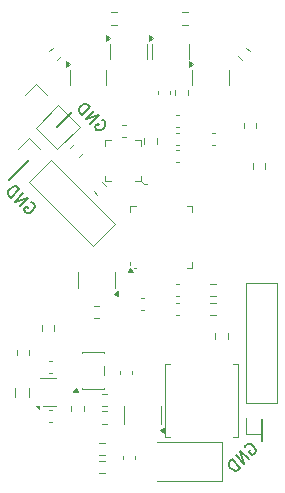
<source format=gbr>
%TF.GenerationSoftware,KiCad,Pcbnew,9.0.5*%
%TF.CreationDate,2025-11-12T12:14:19+01:00*%
%TF.ProjectId,Control board,436f6e74-726f-46c2-9062-6f6172642e6b,rev?*%
%TF.SameCoordinates,Original*%
%TF.FileFunction,Legend,Bot*%
%TF.FilePolarity,Positive*%
%FSLAX46Y46*%
G04 Gerber Fmt 4.6, Leading zero omitted, Abs format (unit mm)*
G04 Created by KiCad (PCBNEW 9.0.5) date 2025-11-12 12:14:19*
%MOMM*%
%LPD*%
G01*
G04 APERTURE LIST*
%ADD10C,0.200000*%
%ADD11C,0.120000*%
G04 APERTURE END LIST*
D10*
X42200000Y-39200000D02*
X43465092Y-37934908D01*
X59500000Y-63900000D02*
X59500000Y-65800000D01*
X39800000Y-42000000D02*
X38096849Y-43703151D01*
X58071422Y-66293927D02*
X58105094Y-66192911D01*
X58105094Y-66192911D02*
X58206109Y-66091896D01*
X58206109Y-66091896D02*
X58340796Y-66024552D01*
X58340796Y-66024552D02*
X58475483Y-66024552D01*
X58475483Y-66024552D02*
X58576498Y-66058224D01*
X58576498Y-66058224D02*
X58744857Y-66159239D01*
X58744857Y-66159239D02*
X58845872Y-66260255D01*
X58845872Y-66260255D02*
X58946887Y-66428614D01*
X58946887Y-66428614D02*
X58980559Y-66529629D01*
X58980559Y-66529629D02*
X58980559Y-66664316D01*
X58980559Y-66664316D02*
X58913216Y-66799003D01*
X58913216Y-66799003D02*
X58845872Y-66866346D01*
X58845872Y-66866346D02*
X58711185Y-66933690D01*
X58711185Y-66933690D02*
X58643842Y-66933690D01*
X58643842Y-66933690D02*
X58408139Y-66697988D01*
X58408139Y-66697988D02*
X58542826Y-66563301D01*
X58408139Y-67304079D02*
X57701033Y-66596972D01*
X57701033Y-66596972D02*
X58004078Y-67708140D01*
X58004078Y-67708140D02*
X57296972Y-67001033D01*
X57667361Y-68044858D02*
X56960254Y-67337751D01*
X56960254Y-67337751D02*
X56791895Y-67506110D01*
X56791895Y-67506110D02*
X56724552Y-67640797D01*
X56724552Y-67640797D02*
X56724552Y-67775484D01*
X56724552Y-67775484D02*
X56758224Y-67876499D01*
X56758224Y-67876499D02*
X56859239Y-68044858D01*
X56859239Y-68044858D02*
X56960254Y-68145873D01*
X56960254Y-68145873D02*
X57128613Y-68246888D01*
X57128613Y-68246888D02*
X57229628Y-68280560D01*
X57229628Y-68280560D02*
X57364315Y-68280560D01*
X57364315Y-68280560D02*
X57499002Y-68213216D01*
X57499002Y-68213216D02*
X57667361Y-68044858D01*
X46006072Y-38571422D02*
X46107088Y-38605094D01*
X46107088Y-38605094D02*
X46208103Y-38706109D01*
X46208103Y-38706109D02*
X46275447Y-38840796D01*
X46275447Y-38840796D02*
X46275447Y-38975483D01*
X46275447Y-38975483D02*
X46241775Y-39076498D01*
X46241775Y-39076498D02*
X46140760Y-39244857D01*
X46140760Y-39244857D02*
X46039744Y-39345872D01*
X46039744Y-39345872D02*
X45871385Y-39446887D01*
X45871385Y-39446887D02*
X45770370Y-39480559D01*
X45770370Y-39480559D02*
X45635683Y-39480559D01*
X45635683Y-39480559D02*
X45500996Y-39413216D01*
X45500996Y-39413216D02*
X45433653Y-39345872D01*
X45433653Y-39345872D02*
X45366309Y-39211185D01*
X45366309Y-39211185D02*
X45366309Y-39143842D01*
X45366309Y-39143842D02*
X45602011Y-38908139D01*
X45602011Y-38908139D02*
X45736698Y-39042826D01*
X44995920Y-38908139D02*
X45703027Y-38201033D01*
X45703027Y-38201033D02*
X44591859Y-38504078D01*
X44591859Y-38504078D02*
X45298966Y-37796972D01*
X44255141Y-38167361D02*
X44962248Y-37460254D01*
X44962248Y-37460254D02*
X44793889Y-37291895D01*
X44793889Y-37291895D02*
X44659202Y-37224552D01*
X44659202Y-37224552D02*
X44524515Y-37224552D01*
X44524515Y-37224552D02*
X44423500Y-37258224D01*
X44423500Y-37258224D02*
X44255141Y-37359239D01*
X44255141Y-37359239D02*
X44154126Y-37460254D01*
X44154126Y-37460254D02*
X44053111Y-37628613D01*
X44053111Y-37628613D02*
X44019439Y-37729628D01*
X44019439Y-37729628D02*
X44019439Y-37864315D01*
X44019439Y-37864315D02*
X44086783Y-37999002D01*
X44086783Y-37999002D02*
X44255141Y-38167361D01*
X40006072Y-45571422D02*
X40107088Y-45605094D01*
X40107088Y-45605094D02*
X40208103Y-45706109D01*
X40208103Y-45706109D02*
X40275447Y-45840796D01*
X40275447Y-45840796D02*
X40275447Y-45975483D01*
X40275447Y-45975483D02*
X40241775Y-46076498D01*
X40241775Y-46076498D02*
X40140760Y-46244857D01*
X40140760Y-46244857D02*
X40039744Y-46345872D01*
X40039744Y-46345872D02*
X39871385Y-46446887D01*
X39871385Y-46446887D02*
X39770370Y-46480559D01*
X39770370Y-46480559D02*
X39635683Y-46480559D01*
X39635683Y-46480559D02*
X39500996Y-46413216D01*
X39500996Y-46413216D02*
X39433653Y-46345872D01*
X39433653Y-46345872D02*
X39366309Y-46211185D01*
X39366309Y-46211185D02*
X39366309Y-46143842D01*
X39366309Y-46143842D02*
X39602011Y-45908139D01*
X39602011Y-45908139D02*
X39736698Y-46042826D01*
X38995920Y-45908139D02*
X39703027Y-45201033D01*
X39703027Y-45201033D02*
X38591859Y-45504078D01*
X38591859Y-45504078D02*
X39298966Y-44796972D01*
X38255141Y-45167361D02*
X38962248Y-44460254D01*
X38962248Y-44460254D02*
X38793889Y-44291895D01*
X38793889Y-44291895D02*
X38659202Y-44224552D01*
X38659202Y-44224552D02*
X38524515Y-44224552D01*
X38524515Y-44224552D02*
X38423500Y-44258224D01*
X38423500Y-44258224D02*
X38255141Y-44359239D01*
X38255141Y-44359239D02*
X38154126Y-44460254D01*
X38154126Y-44460254D02*
X38053111Y-44628613D01*
X38053111Y-44628613D02*
X38019439Y-44729628D01*
X38019439Y-44729628D02*
X38019439Y-44864315D01*
X38019439Y-44864315D02*
X38086783Y-44999002D01*
X38086783Y-44999002D02*
X38255141Y-45167361D01*
D11*
%TO.C,R11*%
X46237258Y-65952500D02*
X45762742Y-65952500D01*
X46237258Y-66997500D02*
X45762742Y-66997500D01*
%TO.C,R1*%
X55577500Y-56662742D02*
X55577500Y-57137258D01*
X56622500Y-56662742D02*
X56622500Y-57137258D01*
%TO.C,R15*%
X57977500Y-39312258D02*
X57977500Y-38837742D01*
X59022500Y-39312258D02*
X59022500Y-38837742D01*
%TO.C,Q5*%
X53640000Y-34350000D02*
X53639999Y-35000000D01*
X53640000Y-35650000D02*
X53639999Y-35000000D01*
X56760000Y-34350000D02*
X56760001Y-35000000D01*
X56760000Y-35650000D02*
X56760001Y-35000000D01*
X53690000Y-33837500D02*
X53360001Y-34077500D01*
X53360000Y-33597500D01*
X53690000Y-33837500D01*
G36*
X53690000Y-33837500D02*
G01*
X53360001Y-34077500D01*
X53360000Y-33597500D01*
X53690000Y-33837500D01*
G37*
%TO.C,U4*%
X47840000Y-62775000D02*
X47839999Y-63575000D01*
X47840000Y-64375000D02*
X47839999Y-63575000D01*
X50960000Y-62775000D02*
X50960001Y-63575000D01*
X50960000Y-64375000D02*
X50960001Y-63575000D01*
X51240000Y-65115000D02*
X50910000Y-64875000D01*
X51240000Y-64635000D01*
X51240000Y-65115000D01*
G36*
X51240000Y-65115000D02*
G01*
X50910000Y-64875000D01*
X51240000Y-64635000D01*
X51240000Y-65115000D01*
G37*
%TO.C,C5*%
X52540581Y-39665000D02*
X52259419Y-39665000D01*
X52540581Y-40685000D02*
X52259419Y-40685000D01*
%TO.C,D1*%
X50600000Y-65825000D02*
X56110000Y-65825000D01*
X50600000Y-69125000D02*
X56110000Y-69125000D01*
X56110000Y-69125000D02*
X56110000Y-65825000D01*
%TO.C,C4*%
X52259420Y-54090000D02*
X52540580Y-54090000D01*
X52259420Y-55110000D02*
X52540580Y-55110000D01*
%TO.C,J3*%
X38872542Y-41059548D02*
X39812994Y-40119096D01*
X39770568Y-43838478D02*
X41651472Y-41957574D01*
X39812994Y-40119096D02*
X40753446Y-41059548D01*
X45201148Y-49269058D02*
X39770568Y-43838478D01*
X45201148Y-49269058D02*
X47082052Y-47388154D01*
X47082052Y-47388154D02*
X41651472Y-41957574D01*
%TO.C,Q2*%
X43240000Y-34350000D02*
X43239999Y-35000000D01*
X43240000Y-35650000D02*
X43239999Y-35000000D01*
X46360000Y-34350000D02*
X46360001Y-35000000D01*
X46360000Y-35650000D02*
X46360001Y-35000000D01*
X43290000Y-33837500D02*
X42960001Y-34077500D01*
X42960000Y-33597500D01*
X43290000Y-33837500D01*
G36*
X43290000Y-33837500D02*
G01*
X42960001Y-34077500D01*
X42960000Y-33597500D01*
X43290000Y-33837500D01*
G37*
%TO.C,R16*%
X58777500Y-42237742D02*
X58777500Y-42712258D01*
X59822500Y-42237742D02*
X59822500Y-42712258D01*
%TO.C,C6*%
X55259419Y-39665000D02*
X55540581Y-39665000D01*
X55259419Y-40685000D02*
X55540581Y-40685000D01*
%TO.C,C3*%
X52259420Y-52490000D02*
X52540580Y-52490000D01*
X52259420Y-53510000D02*
X52540580Y-53510000D01*
%TO.C,R5*%
X45962742Y-61777500D02*
X46437258Y-61777500D01*
X45962742Y-62822500D02*
X46437258Y-62822500D01*
%TO.C,R14*%
X52177500Y-36037742D02*
X52177500Y-36512258D01*
X53222500Y-36037742D02*
X53222500Y-36512258D01*
%TO.C,R9*%
X38777500Y-58537258D02*
X38777500Y-58062742D01*
X39822500Y-58537258D02*
X39822500Y-58062742D01*
%TO.C,L3*%
X52259419Y-41165000D02*
X52540581Y-41165000D01*
X52259419Y-42185000D02*
X52540581Y-42185000D01*
%TO.C,Q4*%
X50240000Y-32150000D02*
X50239999Y-32800000D01*
X50240000Y-33450000D02*
X50239999Y-32800000D01*
X53360000Y-32150000D02*
X53360001Y-32800000D01*
X53360000Y-33450000D02*
X53360001Y-32800000D01*
X50290000Y-31637500D02*
X49960001Y-31877500D01*
X49960000Y-31397500D01*
X50290000Y-31637500D01*
G36*
X50290000Y-31637500D02*
G01*
X49960001Y-31877500D01*
X49960000Y-31397500D01*
X50290000Y-31637500D01*
G37*
%TO.C,R3*%
X49577500Y-40637258D02*
X49577500Y-40162742D01*
X50622500Y-40637258D02*
X50622500Y-40162742D01*
%TO.C,C9*%
X47790000Y-67034419D02*
X47790000Y-67315581D01*
X48810000Y-67034419D02*
X48810000Y-67315581D01*
%TO.C,U5*%
X46250000Y-40300000D02*
X46250000Y-40800000D01*
X46250000Y-43300000D02*
X46250000Y-43800000D01*
X46250000Y-43800000D02*
X46750000Y-43800000D01*
X46750000Y-40300000D02*
X46250000Y-40300000D01*
X48750000Y-43800000D02*
X49250000Y-43800000D01*
X49250000Y-40300000D02*
X48750000Y-40300000D01*
X49250000Y-40800000D02*
X49250000Y-40300000D01*
X49250000Y-43300000D02*
X49250000Y-43800000D01*
X49499999Y-44050000D02*
X49250000Y-43800000D01*
X49750000Y-44050000D02*
X49499999Y-44050000D01*
%TO.C,R4*%
X43262770Y-40998303D02*
X43598303Y-40662770D01*
X44001697Y-41737230D02*
X44337230Y-41401697D01*
%TO.C,R2*%
X45598303Y-44937230D02*
X45262770Y-44601697D01*
X46337230Y-44198303D02*
X46001697Y-43862770D01*
%TO.C,C2*%
X41740581Y-59027500D02*
X41459419Y-59027500D01*
X41740581Y-60047500D02*
X41459419Y-60047500D01*
%TO.C,C7*%
X41740581Y-63165000D02*
X41459419Y-63165000D01*
X41740581Y-64185000D02*
X41459419Y-64185000D01*
%TO.C,U2*%
X40750000Y-60477501D02*
X42050000Y-60477501D01*
X41000000Y-62797500D02*
X42050000Y-62797499D01*
X40640000Y-63077500D02*
X40360000Y-62797500D01*
X40640000Y-62797500D01*
X40640000Y-63077500D01*
G36*
X40640000Y-63077500D02*
G01*
X40360000Y-62797500D01*
X40640000Y-62797500D01*
X40640000Y-63077500D01*
G37*
%TO.C,R20*%
X57462770Y-33201697D02*
X57798303Y-33537230D01*
X58201697Y-32462770D02*
X58537230Y-32798303D01*
%TO.C,Q1*%
X43940000Y-51487501D02*
X43939999Y-52137501D01*
X43940000Y-52787501D02*
X43939999Y-52137501D01*
X47060000Y-51487501D02*
X47060001Y-52137501D01*
X47060000Y-52787501D02*
X47060001Y-52137501D01*
X47340000Y-53540001D02*
X47010000Y-53300001D01*
X47339999Y-53060001D01*
X47340000Y-53540001D01*
G36*
X47340000Y-53540001D02*
G01*
X47010000Y-53300001D01*
X47339999Y-53060001D01*
X47340000Y-53540001D01*
G37*
%TO.C,R18*%
X47237258Y-29477500D02*
X46762742Y-29477500D01*
X47237258Y-30522500D02*
X46762742Y-30522500D01*
%TO.C,C10*%
X47990581Y-39040000D02*
X47709419Y-39040000D01*
X47990581Y-40060000D02*
X47709419Y-40060000D01*
%TO.C,C11*%
X50690000Y-36134419D02*
X50690000Y-36415581D01*
X51710000Y-36134419D02*
X51710000Y-36415581D01*
%TO.C,C8*%
X52540581Y-38165000D02*
X52259419Y-38165000D01*
X52540581Y-39185000D02*
X52259419Y-39185000D01*
%TO.C,R13*%
X55637258Y-54077500D02*
X55162742Y-54077500D01*
X55637258Y-55122500D02*
X55162742Y-55122500D01*
%TO.C,R10*%
X45762742Y-67452500D02*
X46237258Y-67452500D01*
X45762742Y-68497500D02*
X46237258Y-68497500D01*
%TO.C,R12*%
X55162742Y-52477500D02*
X55637258Y-52477500D01*
X55162742Y-53522500D02*
X55637258Y-53522500D01*
%TO.C,R21*%
X45262742Y-54315001D02*
X45737258Y-54315001D01*
X45262742Y-55360001D02*
X45737258Y-55360001D01*
%TO.C,BT1*%
X39459548Y-36459548D02*
X40400000Y-35519096D01*
X40357574Y-39238478D02*
X42238478Y-37357574D01*
X40400000Y-35519096D02*
X41340452Y-36459548D01*
X42196051Y-41076955D02*
X40357574Y-39238478D01*
X42196051Y-41076955D02*
X44076955Y-39196051D01*
X44076955Y-39196051D02*
X42238478Y-37357574D01*
%TO.C,L1*%
X49259420Y-53690000D02*
X49540580Y-53690000D01*
X49259420Y-54710000D02*
X49540580Y-54710000D01*
%TO.C,R6*%
X43377500Y-62800241D02*
X43377500Y-63274757D01*
X44422500Y-62800241D02*
X44422500Y-63274757D01*
%TO.C,U3*%
X48390000Y-45890000D02*
X48865000Y-45890000D01*
X48390000Y-46365000D02*
X48390000Y-45890000D01*
X48390000Y-50870000D02*
X48390000Y-50635000D01*
X48690000Y-51110000D02*
X48865000Y-51110000D01*
X53610000Y-45890000D02*
X53135000Y-45890000D01*
X53610000Y-46365000D02*
X53610000Y-45890000D01*
X53610000Y-50635000D02*
X53610000Y-51110000D01*
X53610000Y-51110000D02*
X53135000Y-51110000D01*
X48630000Y-51440000D02*
X48150000Y-51440000D01*
X48390000Y-51110000D01*
X48630000Y-51440000D01*
G36*
X48630000Y-51440000D02*
G01*
X48150000Y-51440000D01*
X48390000Y-51110000D01*
X48630000Y-51440000D01*
G37*
%TO.C,Q3*%
X46640000Y-32150000D02*
X46639999Y-32800000D01*
X46640000Y-33450000D02*
X46639999Y-32800000D01*
X49760000Y-32150000D02*
X49760001Y-32800000D01*
X49760000Y-33450000D02*
X49760001Y-32800000D01*
X46690000Y-31637500D02*
X46360001Y-31877500D01*
X46360000Y-31397500D01*
X46690000Y-31637500D01*
G36*
X46690000Y-31637500D02*
G01*
X46360001Y-31877500D01*
X46360000Y-31397500D01*
X46690000Y-31637500D01*
G37*
%TO.C,R17*%
X41798303Y-32462770D02*
X41462770Y-32798303D01*
X42537230Y-33201697D02*
X42201697Y-33537230D01*
%TO.C,R19*%
X52762742Y-29477500D02*
X53237258Y-29477500D01*
X52762742Y-30522500D02*
X53237258Y-30522500D01*
%TO.C,L2*%
X38640000Y-62074622D02*
X38640000Y-61275378D01*
X39760000Y-62074622D02*
X39760000Y-61275378D01*
%TO.C,J2*%
X58170000Y-52364999D02*
X58170000Y-62584998D01*
X58170000Y-65184999D02*
X58170000Y-63854999D01*
X59500000Y-65184999D02*
X58170000Y-65184999D01*
X60830000Y-52364999D02*
X58170000Y-52364999D01*
X60830000Y-52364999D02*
X60830000Y-62584998D01*
X60830000Y-62584998D02*
X58170000Y-62584998D01*
%TO.C,C1*%
X47490000Y-60115581D02*
X47490000Y-59834419D01*
X48510000Y-60115581D02*
X48510000Y-59834419D01*
%TO.C,U1*%
X44290000Y-58240000D02*
X44290000Y-58290000D01*
X44290000Y-61310000D02*
X44290000Y-61360000D01*
X44290000Y-61360000D02*
X46110000Y-61360000D01*
X46110000Y-58240000D02*
X44290000Y-58240000D01*
X46110000Y-58290000D02*
X46110000Y-58240000D01*
X46110000Y-60190000D02*
X46110000Y-59410000D01*
X46110000Y-61360000D02*
X46110000Y-61310000D01*
X43990000Y-61640000D02*
X43510000Y-61640000D01*
X43750000Y-61310000D01*
X43990000Y-61640000D01*
G36*
X43990000Y-61640000D02*
G01*
X43510000Y-61640000D01*
X43750000Y-61310000D01*
X43990000Y-61640000D01*
G37*
%TO.C,R7*%
X46437258Y-63252500D02*
X45962742Y-63252500D01*
X46437258Y-64297500D02*
X45962742Y-64297500D01*
%TO.C,R8*%
X40877500Y-56437258D02*
X40877500Y-55962742D01*
X41922500Y-56437258D02*
X41922500Y-55962742D01*
%TO.C,L4*%
X51300000Y-65475000D02*
X51300000Y-59275000D01*
X51700000Y-59275000D02*
X51300000Y-59275000D01*
X51700000Y-65475000D02*
X51300000Y-65475000D01*
X57100000Y-59275000D02*
X57500000Y-59275000D01*
X57100000Y-65475000D02*
X57500000Y-65475000D01*
X57500000Y-65475000D02*
X57500000Y-59275000D01*
%TD*%
M02*

</source>
